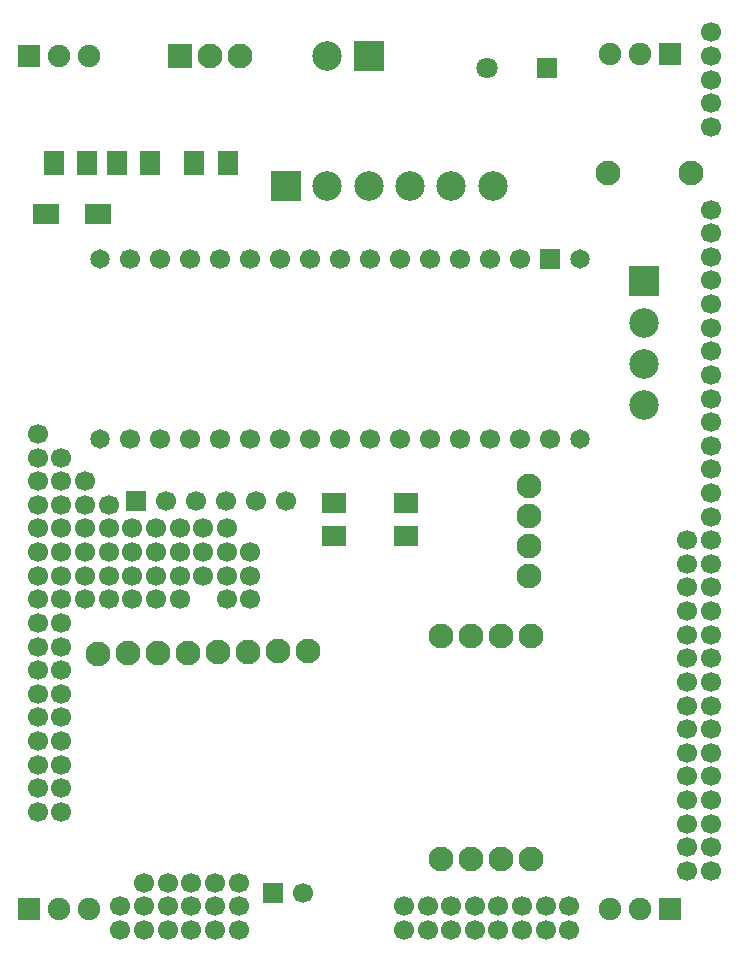
<source format=gbr>
%TF.GenerationSoftware,Novarm,DipTrace,3.3.1.3*%
%TF.CreationDate,2020-02-21T13:34:05+01:00*%
%FSLAX35Y35*%
%MOMM*%
%TF.FileFunction,Soldermask,Bot*%
%TF.Part,Single*%
%ADD15R,1.9X1.9*%
%ADD16C,1.9*%
%ADD27R,1.7X1.7*%
%ADD28C,1.7*%
%ADD33C,1.651*%
%ADD41R,2.0X1.8*%
%ADD43C,1.7*%
%ADD45R,2.3X1.75*%
%ADD47R,1.8X2.0*%
%ADD49R,1.8X1.8*%
%ADD51C,1.8*%
%ADD52C,2.1*%
%ADD53C,2.5*%
%ADD54C,2.1*%
%ADD55R,2.5X2.5*%
%ADD56R,2.1X2.1*%
G75*
G01*
%LPD*%
D56*
X2600000Y8500000D3*
D54*
X2854000D3*
X3108000D3*
D27*
X2228540Y4734933D3*
D28*
X2482540D3*
X2736540D3*
X2990540D3*
X3244540D3*
X3498540D3*
D55*
X6530213Y6592113D3*
D53*
Y6242113D3*
Y5892113D3*
Y5542113D3*
D27*
X5736547Y6782593D3*
D28*
X5482547D3*
X5228547D3*
X4974547D3*
X4720547D3*
X4466547D3*
X4212547D3*
X3958547D3*
X3704547D3*
X3450547D3*
X3196547D3*
X2942547D3*
X2688547D3*
X2434547D3*
X2180547D3*
Y5258593D3*
X2434547D3*
X2688547D3*
X2942547D3*
X3196547D3*
X3450547D3*
X3704547D3*
X3958547D3*
X4212547D3*
X4466547D3*
X4720547D3*
X4974547D3*
X5228547D3*
X5482547D3*
X5736547D3*
D33*
X5990547Y6782593D3*
Y5258593D3*
X1926547D3*
Y6782593D3*
D55*
X4200000Y8500000D3*
D53*
X3850000D3*
D52*
X5561940Y4861923D3*
X5561613Y4607923D3*
X5561290Y4353923D3*
X5560963Y4099923D3*
D51*
X5200000Y8400000D3*
D49*
X5708000D3*
D47*
X2726333Y7592133D3*
X3006333D3*
D45*
X1905987Y7163553D3*
X1465987D3*
D15*
X6752440Y8512787D3*
D16*
X6498440D3*
X6244440D3*
D15*
X1323760Y1274547D3*
D16*
X1577760D3*
X1831760D3*
D15*
X6752493D3*
D16*
X6498493D3*
X6244493D3*
D15*
X1323760Y8496913D3*
D16*
X1577760D3*
X1831760D3*
D27*
X3387293Y1417407D3*
D28*
X3641293D3*
D52*
X3688887Y3465067D3*
X3434887Y3461097D3*
X3180887Y3457130D3*
X2926887Y3453160D3*
X2672887Y3449193D3*
X2418887Y3445223D3*
X2164887Y3441253D3*
X1910887Y3437287D3*
D43*
X5900000Y1100000D3*
Y1300000D3*
X5700000Y1100000D3*
Y1300000D3*
X5500000Y1100000D3*
Y1300000D3*
X5300000Y1100000D3*
Y1300000D3*
X5100000Y1100000D3*
Y1300000D3*
X4900000Y1100000D3*
Y1300000D3*
X4700000Y1100000D3*
Y1300000D3*
X4500000Y1100000D3*
Y1300000D3*
X3100000Y1100000D3*
Y1300000D3*
X2900000Y1100000D3*
Y1300000D3*
X2700000Y1100000D3*
Y1300000D3*
X2500000Y1100000D3*
Y1300000D3*
X2300000Y1100000D3*
Y1300000D3*
X2100000Y1100000D3*
Y1300000D3*
X3100000Y1500000D3*
X2900000D3*
X2700000D3*
X2500000D3*
X2300000D3*
X2200000Y4500000D3*
Y4300000D3*
Y4100000D3*
Y3900000D3*
X2400000Y4500000D3*
Y4300000D3*
Y4100000D3*
Y3900000D3*
X2600000Y4500000D3*
Y4300000D3*
Y4100000D3*
Y3900000D3*
X2800000Y4500000D3*
Y4300000D3*
Y4100000D3*
X2000000Y4300000D3*
X3000000Y4500000D3*
Y4300000D3*
Y4100000D3*
Y3900000D3*
X2000000Y4100000D3*
X3200000Y4300000D3*
Y4100000D3*
Y3900000D3*
X2000000D3*
X1800000Y4300000D3*
Y4100000D3*
Y3900000D3*
X1600000Y4300000D3*
Y4100000D3*
Y3900000D3*
Y3700000D3*
Y3500000D3*
Y3300000D3*
Y3100000D3*
Y2900000D3*
Y2700000D3*
Y2500000D3*
Y2300000D3*
Y2100000D3*
X1400000Y4300000D3*
Y4100000D3*
Y3900000D3*
Y3700000D3*
Y3500000D3*
Y3300000D3*
Y3100000D3*
Y2900000D3*
Y2700000D3*
Y2500000D3*
Y2300000D3*
Y2100000D3*
X2000000Y4500000D3*
X1800000D3*
X1600000D3*
X1400000D3*
Y4700000D3*
X1600000D3*
X1800000D3*
X2000000D3*
X1800000Y4900000D3*
X1600000D3*
X1400000D3*
Y5100000D3*
X1600000D3*
X1400000Y5300000D3*
X7100000Y3200000D3*
Y3000000D3*
Y2800000D3*
Y2600000D3*
Y2400000D3*
Y2200000D3*
Y2000000D3*
Y1800000D3*
Y1600000D3*
X6900000Y3200000D3*
Y3000000D3*
Y2800000D3*
Y2600000D3*
Y2400000D3*
Y2200000D3*
Y2000000D3*
Y1800000D3*
Y1600000D3*
X7100000Y5600000D3*
Y4800000D3*
Y4600000D3*
Y4400000D3*
Y4200000D3*
Y4000000D3*
Y3800000D3*
Y3600000D3*
Y3400000D3*
Y5400000D3*
Y5200000D3*
Y5000000D3*
X6900000Y4400000D3*
Y4200000D3*
Y4000000D3*
Y3800000D3*
Y3600000D3*
Y3400000D3*
X7100000Y6400000D3*
Y6200000D3*
Y6000000D3*
Y5800000D3*
Y7200000D3*
Y7000000D3*
Y6800000D3*
Y6600000D3*
Y7900000D3*
Y8700000D3*
Y8500000D3*
Y8300000D3*
Y8100000D3*
D47*
X2349807Y7592133D3*
X2069807D3*
X1535833D3*
X1815833D3*
D41*
X4514300Y4433340D3*
Y4713340D3*
X3911113Y4433340D3*
Y4713340D3*
D55*
X3500000Y7400000D3*
D53*
X3850000D3*
X4200000D3*
X4550000D3*
X4900000D3*
X5250000D3*
D52*
X5577813Y3592053D3*
X5323813D3*
X5069813D3*
X4815813D3*
X5577813Y1702903D3*
X5323813D3*
X5069813Y1702927D3*
X4815813D3*
X6927047Y7512767D3*
X6228547D3*
M02*

</source>
